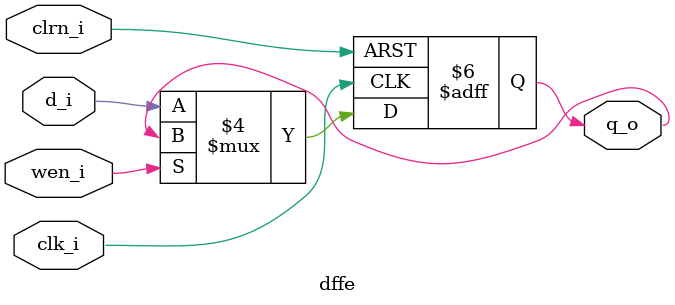
<source format=v>
`timescale 1ns / 1ps


module dffe(
    input clk_i,
    input clrn_i,
    input wen_i,
    input d_i,
    output reg q_o
    );
    
    always@(posedge clk_i or negedge  clrn_i) begin
    if( clrn_i == 0 )
        q_o <= 0;
    else
    begin
       if( wen_i == 0 )
            q_o <= d_i;
       else;
    end
    end           
endmodule

</source>
